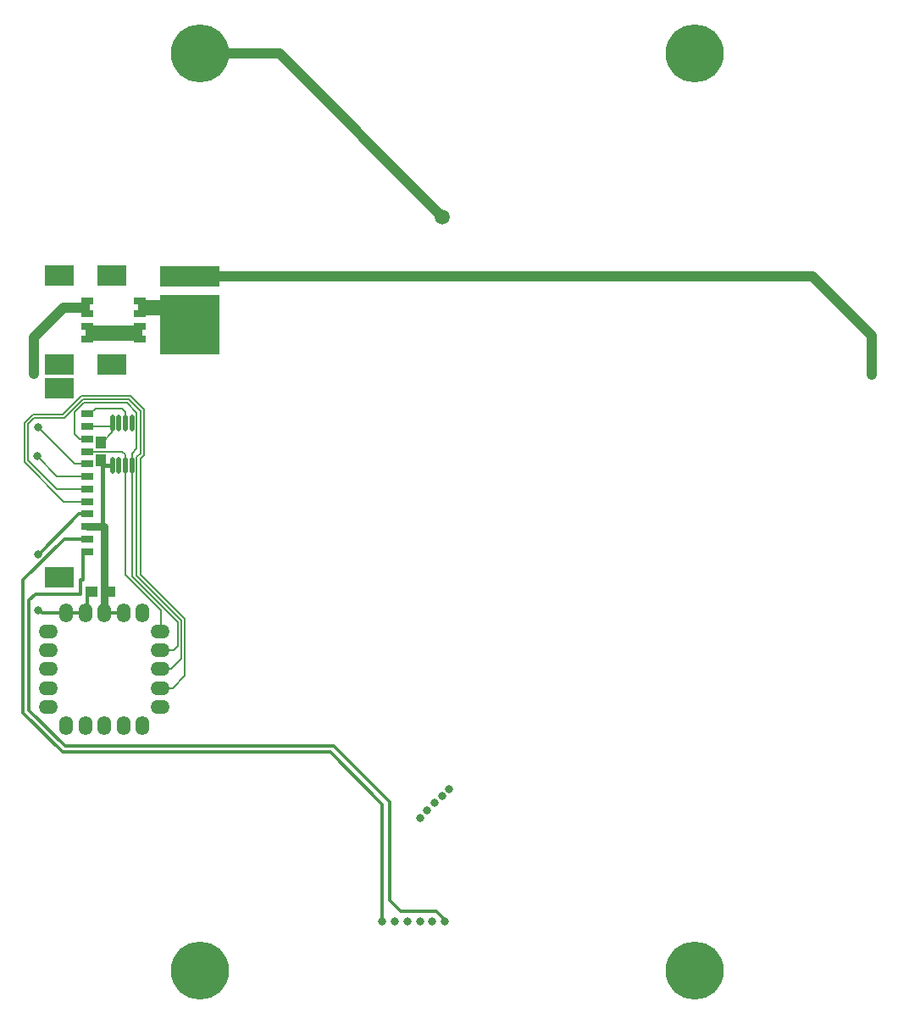
<source format=gbl>
%FSLAX44Y44*%
%MOMM*%
G71*
G01*
G75*
G04 Layer_Physical_Order=12*
G04 Layer_Color=16711680*
%ADD10R,1.5000X4.4000*%
%ADD11R,1.5000X1.5000*%
%ADD12R,1.5000X7.0000*%
%ADD13C,0.2000*%
%ADD14C,0.3500*%
%ADD15R,1.4750X4.1250*%
%ADD16R,1.5800X48.0000*%
%ADD17R,1.6250X48.0000*%
%ADD18R,2.0250X4.2000*%
%ADD19C,5.8000*%
%ADD20C,1.5000*%
%ADD21C,0.8000*%
%ADD22C,1.0000*%
%ADD23C,0.1700*%
%ADD24R,1.2000X1.1000*%
%ADD25R,1.1000X1.2000*%
%ADD26R,1.3000X0.8000*%
%ADD27R,3.0000X2.1000*%
%ADD28O,0.4500X1.7000*%
%ADD29R,6.0000X2.0000*%
%ADD30R,6.0000X6.0000*%
%ADD31O,1.9000X1.3500*%
%ADD32O,1.3500X1.9000*%
%ADD33C,0.8000*%
%ADD34C,1.0000*%
%ADD35C,0.4000*%
%ADD36C,1.5000*%
D13*
X145000Y559500D02*
X155000Y569500D01*
X168250Y427450D02*
X171350Y424350D01*
X168250Y427450D02*
Y449250D01*
X174750Y426000D02*
Y449750D01*
Y426000D02*
X175875Y424875D01*
X179500Y426200D02*
Y545050D01*
X183000Y427649D02*
X185912Y424737D01*
X183000Y427649D02*
Y543601D01*
X186500Y547100D01*
Y592399D01*
X172899Y606000D02*
X186500Y592399D01*
X158450Y606000D02*
X172899D01*
X158450Y606000D02*
X158450Y606000D01*
X179500Y545050D02*
X183000Y548550D01*
Y590950D01*
X171450Y602500D02*
X183000Y590950D01*
X153000Y602500D02*
X171450D01*
X153000Y602500D02*
X153000Y602500D01*
X174750Y449750D02*
Y537000D01*
X168250Y449250D02*
Y537000D01*
X174750D02*
Y548750D01*
X179500Y553500D01*
Y589500D01*
X170000Y599000D02*
X179500Y589500D01*
X126950Y599000D02*
X170000D01*
X117500Y589550D02*
X126950Y599000D01*
X125500Y602500D02*
X153000D01*
X124000Y606000D02*
X158450D01*
X120000Y602000D02*
X124000Y606000D01*
X117500Y568000D02*
Y589550D01*
X120000Y601964D02*
Y602000D01*
X117500Y568000D02*
X122500Y563000D01*
X130000D01*
X168250Y537000D02*
Y547250D01*
X165000Y550500D02*
X168250Y547250D01*
X130000Y550500D02*
X165000D01*
X168250Y579000D02*
Y589750D01*
X164500Y593500D02*
X168250Y589750D01*
X154250Y593500D02*
X164500D01*
X153200Y575500D02*
X155000Y577300D01*
X130000Y575500D02*
X153200D01*
X154750Y577550D02*
X155000Y577300D01*
Y569500D02*
Y577300D01*
X80750Y574750D02*
X117500Y538000D01*
X227500Y374500D02*
Y383149D01*
X183000Y427649D02*
X227500Y383149D01*
X224000Y377000D02*
Y381700D01*
X179500Y426200D02*
X224000Y381700D01*
X220500Y372250D02*
Y380250D01*
X175875Y424875D02*
X220500Y380250D01*
X204000Y371750D02*
Y391700D01*
X171350Y424350D02*
X204000Y391700D01*
X203250Y371000D02*
X204000Y371750D01*
X117500Y538000D02*
X130000D01*
X100000Y525500D02*
X130000D01*
X80000Y545500D02*
X100000Y525500D01*
X227500Y326250D02*
Y383149D01*
X215250Y314000D02*
X227500Y326250D01*
X203250Y314000D02*
X215250D01*
X99500Y513000D02*
X130000D01*
X106750Y500500D02*
X130000D01*
Y588000D02*
X132750D01*
X138250Y593500D01*
X154250D01*
X203250Y352000D02*
X216250D01*
X224000Y343250D02*
Y381700D01*
X216250Y352000D02*
X220500Y356250D01*
Y380250D01*
X213750Y333000D02*
X224000Y343250D01*
X203250Y333000D02*
X213750D01*
X67000Y540250D02*
X106750Y500500D01*
X71000Y541500D02*
X99500Y513000D01*
X71000Y541500D02*
Y578000D01*
X67000Y540250D02*
Y578950D01*
X71000Y578000D02*
X77000Y584000D01*
X107000D01*
X125500Y602500D01*
X75550Y587500D02*
X105535D01*
X120000Y601964D01*
X67000Y578950D02*
X75550Y587500D01*
D14*
X130000Y406500D02*
X134000Y410500D01*
X130000Y390750D02*
Y406500D01*
X128250Y389000D02*
X130000Y390750D01*
X78000Y408000D02*
X123000D01*
Y422000D01*
X126000D01*
Y450500D02*
X130000D01*
X182500Y688000D02*
Y700500D01*
X479000Y91000D02*
X487000Y83000D01*
X443000Y91000D02*
X479000D01*
X432000Y102000D02*
X443000Y91000D01*
X432000Y102000D02*
Y200500D01*
X376500Y256000D02*
X432000Y200500D01*
X122000Y488000D02*
X130000D01*
X83500Y449500D02*
X122000Y488000D01*
X425000Y84750D02*
Y198000D01*
X108000Y256000D02*
X376500D01*
X372750Y250250D02*
X425000Y198000D01*
X85000Y389000D02*
X109250D01*
X82250Y391750D02*
X85000Y389000D01*
X105250Y250250D02*
X372750D01*
X72000Y292000D02*
X108000Y256000D01*
X66000Y289500D02*
X105250Y250250D01*
X109250Y389000D02*
X128250D01*
X147250D02*
X164750D01*
X107000Y463000D02*
X130000D01*
X66000Y422000D02*
X107000Y463000D01*
X66000Y289500D02*
Y422000D01*
X72000Y402000D02*
X78000Y408000D01*
X72000Y292000D02*
Y402000D01*
X80500Y449500D02*
X81000D01*
X83500D01*
X126000Y422000D02*
Y450500D01*
D19*
X243000Y32000D02*
D03*
X737000D02*
D03*
X243000Y948000D02*
D03*
X737000D02*
D03*
D20*
X485000Y785000D02*
D03*
D21*
X487000Y81000D02*
D03*
X425000D02*
D03*
X437500Y80750D02*
D03*
X450000D02*
D03*
X462500D02*
D03*
X475000D02*
D03*
X462750Y184750D02*
D03*
X469750Y192000D02*
D03*
X477250Y199250D02*
D03*
X485000Y206250D02*
D03*
X492000Y213500D02*
D03*
X80750Y574750D02*
D03*
X80000Y545500D02*
D03*
X81000Y448000D02*
D03*
X81250Y391750D02*
D03*
D22*
X914500Y650500D02*
D03*
Y627500D02*
D03*
Y639000D02*
D03*
X76500Y652000D02*
D03*
Y640000D02*
D03*
Y628000D02*
D03*
D24*
X152000Y410500D02*
D03*
X134000D02*
D03*
D25*
X144000Y559500D02*
D03*
Y541500D02*
D03*
D26*
X182500Y663000D02*
D03*
Y675500D02*
D03*
Y688000D02*
D03*
Y700500D02*
D03*
X130000Y663000D02*
D03*
Y675500D02*
D03*
Y688000D02*
D03*
Y700500D02*
D03*
X130000Y588000D02*
D03*
Y575500D02*
D03*
Y563000D02*
D03*
Y550500D02*
D03*
Y538000D02*
D03*
Y525500D02*
D03*
Y513000D02*
D03*
Y500500D02*
D03*
Y488000D02*
D03*
Y475500D02*
D03*
Y463000D02*
D03*
Y450500D02*
D03*
D27*
X155000Y637500D02*
D03*
Y726000D02*
D03*
X102500Y637500D02*
D03*
Y726000D02*
D03*
X102500Y613500D02*
D03*
Y425000D02*
D03*
D28*
X155250Y579000D02*
D03*
X161750D02*
D03*
X168250D02*
D03*
X174750D02*
D03*
X155250Y537000D02*
D03*
X161750D02*
D03*
X168250D02*
D03*
X174750D02*
D03*
D29*
X232500Y725500D02*
D03*
D30*
Y677400D02*
D03*
D31*
X203250Y371000D02*
D03*
Y352000D02*
D03*
Y333000D02*
D03*
Y314000D02*
D03*
Y295000D02*
D03*
X91250D02*
D03*
Y314000D02*
D03*
Y333000D02*
D03*
Y352000D02*
D03*
Y371000D02*
D03*
D32*
X185250Y277000D02*
D03*
X166250D02*
D03*
X147250D02*
D03*
X128250D02*
D03*
X109250D02*
D03*
Y389000D02*
D03*
X128250D02*
D03*
X147250D02*
D03*
X166250D02*
D03*
X185250D02*
D03*
D33*
X147250Y410500D02*
Y475500D01*
Y392000D02*
Y410500D01*
X145250Y475500D02*
X147250D01*
X130000D02*
X145250D01*
D34*
X243000Y948000D02*
X322000D01*
X485000Y785000D01*
X232500Y725500D02*
X854750D01*
X914500Y650500D02*
Y665750D01*
Y639000D02*
Y650500D01*
Y627500D02*
Y639000D01*
X854750Y725500D02*
X914500Y665750D01*
X76500Y652000D02*
Y664250D01*
Y640000D02*
Y652000D01*
Y628000D02*
Y640000D01*
Y664250D02*
X106250Y694000D01*
X127000D01*
D35*
X145250Y537000D02*
X155250D01*
X145250Y475500D02*
Y537000D01*
X182500Y663000D02*
Y675500D01*
X130000Y688000D02*
Y700500D01*
Y663000D02*
Y675500D01*
D36*
X235000Y677400D02*
Y694000D01*
X232500D02*
X235000D01*
X190000D02*
X232500D01*
X137750Y669000D02*
X177000D01*
M02*

</source>
